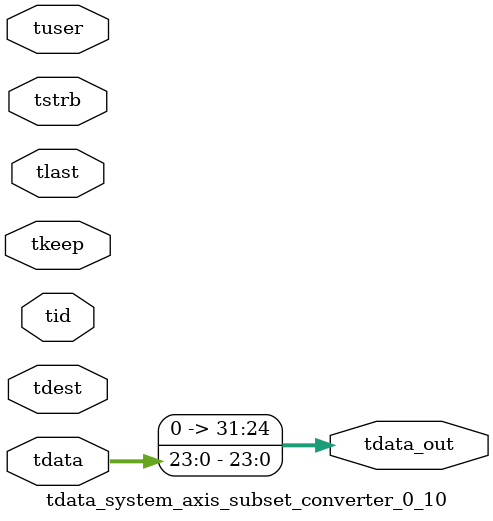
<source format=v>


`timescale 1ps/1ps

module tdata_system_axis_subset_converter_0_10 #
(
parameter C_S_AXIS_TDATA_WIDTH = 32,
parameter C_S_AXIS_TUSER_WIDTH = 0,
parameter C_S_AXIS_TID_WIDTH   = 0,
parameter C_S_AXIS_TDEST_WIDTH = 0,
parameter C_M_AXIS_TDATA_WIDTH = 32
)
(
input  [(C_S_AXIS_TDATA_WIDTH == 0 ? 1 : C_S_AXIS_TDATA_WIDTH)-1:0     ] tdata,
input  [(C_S_AXIS_TUSER_WIDTH == 0 ? 1 : C_S_AXIS_TUSER_WIDTH)-1:0     ] tuser,
input  [(C_S_AXIS_TID_WIDTH   == 0 ? 1 : C_S_AXIS_TID_WIDTH)-1:0       ] tid,
input  [(C_S_AXIS_TDEST_WIDTH == 0 ? 1 : C_S_AXIS_TDEST_WIDTH)-1:0     ] tdest,
input  [(C_S_AXIS_TDATA_WIDTH/8)-1:0 ] tkeep,
input  [(C_S_AXIS_TDATA_WIDTH/8)-1:0 ] tstrb,
input                                                                    tlast,
output [C_M_AXIS_TDATA_WIDTH-1:0] tdata_out
);

assign tdata_out = {8'b00000000,tdata[23:0]};

endmodule


</source>
